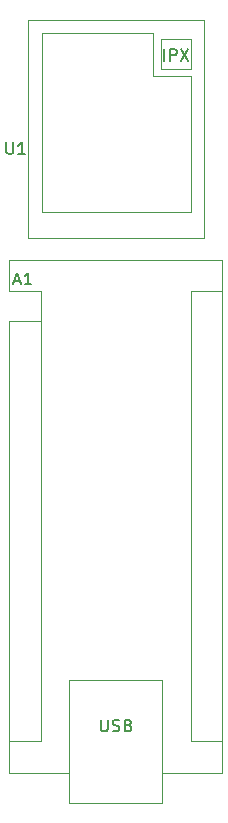
<source format=gbr>
%TF.GenerationSoftware,KiCad,Pcbnew,(6.0.11)*%
%TF.CreationDate,2023-02-11T15:14:05+01:00*%
%TF.ProjectId,gateway-nano-E01-ml01sp4,67617465-7761-4792-9d6e-616e6f2d4530,rev?*%
%TF.SameCoordinates,Original*%
%TF.FileFunction,Legend,Top*%
%TF.FilePolarity,Positive*%
%FSLAX46Y46*%
G04 Gerber Fmt 4.6, Leading zero omitted, Abs format (unit mm)*
G04 Created by KiCad (PCBNEW (6.0.11)) date 2023-02-11 15:14:05*
%MOMM*%
%LPD*%
G01*
G04 APERTURE LIST*
%ADD10C,0.150000*%
%ADD11C,0.120000*%
G04 APERTURE END LIST*
D10*
%TO.C,U1*%
X113284095Y-72477380D02*
X113284095Y-73286904D01*
X113331714Y-73382142D01*
X113379333Y-73429761D01*
X113474571Y-73477380D01*
X113665047Y-73477380D01*
X113760285Y-73429761D01*
X113807904Y-73382142D01*
X113855523Y-73286904D01*
X113855523Y-72477380D01*
X114855523Y-73477380D02*
X114284095Y-73477380D01*
X114569809Y-73477380D02*
X114569809Y-72477380D01*
X114474571Y-72620238D01*
X114379333Y-72715476D01*
X114284095Y-72763095D01*
X126658809Y-65603380D02*
X126658809Y-64603380D01*
X127135000Y-65603380D02*
X127135000Y-64603380D01*
X127515952Y-64603380D01*
X127611190Y-64651000D01*
X127658809Y-64698619D01*
X127706428Y-64793857D01*
X127706428Y-64936714D01*
X127658809Y-65031952D01*
X127611190Y-65079571D01*
X127515952Y-65127190D01*
X127135000Y-65127190D01*
X128039761Y-64603380D02*
X128706428Y-65603380D01*
X128706428Y-64603380D02*
X128039761Y-65603380D01*
%TO.C,A1*%
X113966714Y-84240666D02*
X114442904Y-84240666D01*
X113871476Y-84526380D02*
X114204809Y-83526380D01*
X114538142Y-84526380D01*
X115395285Y-84526380D02*
X114823857Y-84526380D01*
X115109571Y-84526380D02*
X115109571Y-83526380D01*
X115014333Y-83669238D01*
X114919095Y-83764476D01*
X114823857Y-83812095D01*
X121293095Y-121372380D02*
X121293095Y-122181904D01*
X121340714Y-122277142D01*
X121388333Y-122324761D01*
X121483571Y-122372380D01*
X121674047Y-122372380D01*
X121769285Y-122324761D01*
X121816904Y-122277142D01*
X121864523Y-122181904D01*
X121864523Y-121372380D01*
X122293095Y-122324761D02*
X122435952Y-122372380D01*
X122674047Y-122372380D01*
X122769285Y-122324761D01*
X122816904Y-122277142D01*
X122864523Y-122181904D01*
X122864523Y-122086666D01*
X122816904Y-121991428D01*
X122769285Y-121943809D01*
X122674047Y-121896190D01*
X122483571Y-121848571D01*
X122388333Y-121800952D01*
X122340714Y-121753333D01*
X122293095Y-121658095D01*
X122293095Y-121562857D01*
X122340714Y-121467619D01*
X122388333Y-121420000D01*
X122483571Y-121372380D01*
X122721666Y-121372380D01*
X122864523Y-121420000D01*
X123626428Y-121848571D02*
X123769285Y-121896190D01*
X123816904Y-121943809D01*
X123864523Y-122039047D01*
X123864523Y-122181904D01*
X123816904Y-122277142D01*
X123769285Y-122324761D01*
X123674047Y-122372380D01*
X123293095Y-122372380D01*
X123293095Y-121372380D01*
X123626428Y-121372380D01*
X123721666Y-121420000D01*
X123769285Y-121467619D01*
X123816904Y-121562857D01*
X123816904Y-121658095D01*
X123769285Y-121753333D01*
X123721666Y-121800952D01*
X123626428Y-121848571D01*
X123293095Y-121848571D01*
D11*
%TO.C,U1*%
X130012019Y-80623333D02*
X115099014Y-80623333D01*
X115099014Y-80623333D02*
X115099014Y-62157380D01*
X115099014Y-62157380D02*
X130012019Y-62157380D01*
X130012019Y-62157380D02*
X130012019Y-80623333D01*
X128877087Y-63746808D02*
X126337087Y-63746808D01*
X126337087Y-63746808D02*
X126337087Y-66286808D01*
X126337087Y-66286808D02*
X128877087Y-66286808D01*
X128877087Y-66286808D02*
X128877087Y-63746808D01*
X125731414Y-66912513D02*
X128959254Y-66912513D01*
X128959254Y-78376909D01*
X116275965Y-78374059D01*
X116279081Y-63271043D01*
X125732668Y-63268388D01*
X125731414Y-66912513D01*
%TO.C,A1*%
X116205000Y-123190000D02*
X113535000Y-123190000D01*
X113535000Y-125860000D02*
X118615000Y-125860000D01*
X128905000Y-85090000D02*
X131575000Y-85090000D01*
X128905000Y-85090000D02*
X128905000Y-123190000D01*
X116205000Y-87630000D02*
X116205000Y-123190000D01*
X116205000Y-85090000D02*
X113535000Y-85090000D01*
X113535000Y-82420000D02*
X113535000Y-85090000D01*
X131575000Y-82420000D02*
X113535000Y-82420000D01*
X128905000Y-123190000D02*
X131575000Y-123190000D01*
X116205000Y-87630000D02*
X113535000Y-87630000D01*
X131575000Y-125860000D02*
X126495000Y-125860000D01*
X126495000Y-128400000D02*
X118615000Y-128400000D01*
X126495000Y-117980000D02*
X126495000Y-128400000D01*
X131575000Y-125860000D02*
X131575000Y-82420000D01*
X118615000Y-117980000D02*
X126495000Y-117980000D01*
X118615000Y-128400000D02*
X118615000Y-117980000D01*
X116205000Y-87630000D02*
X116205000Y-85090000D01*
X113535000Y-87630000D02*
X113535000Y-125860000D01*
%TD*%
M02*

</source>
